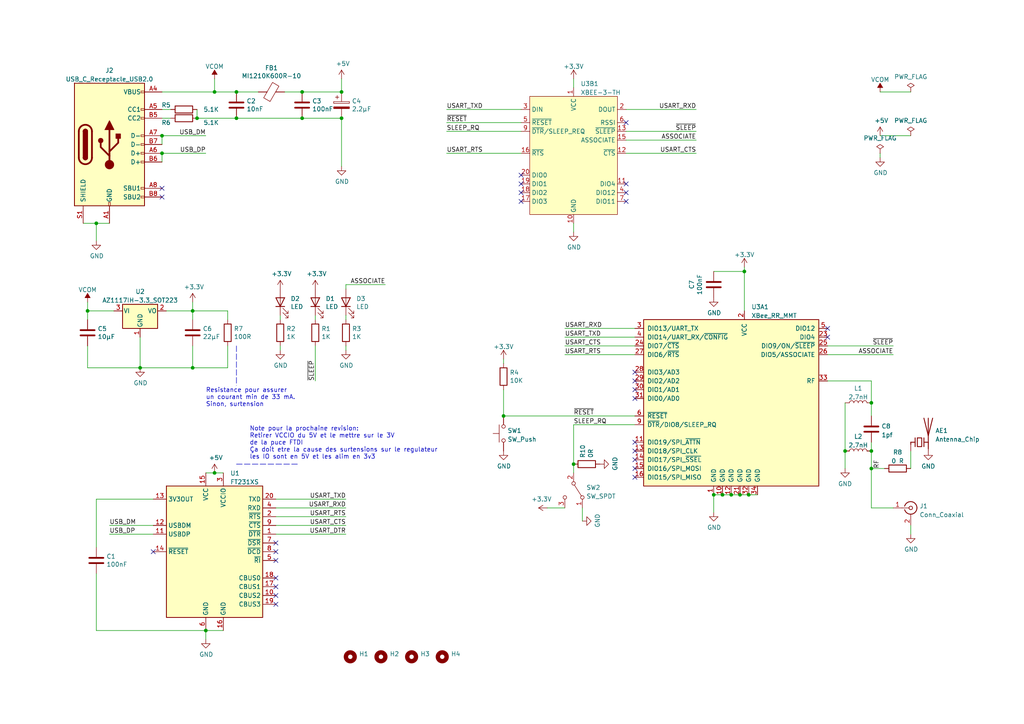
<source format=kicad_sch>
(kicad_sch (version 20211123) (generator eeschema)
  (paper "A4")
  (title_block (title "Adaptateur USB XBEE V2") (date "2023-03-14") (rev "1.1") (company "INSA - GEI"))
  (lib_symbols
    (symbol "Connector:Conn_Coaxial" (pin_names (offset 1.016) hide)
      (property "Reference" "J" (at 0.254 3.048 0))
      (property "Value" "Conn_Coaxial" (at 2.921 0 90))
      (symbol "Conn_Coaxial_0_1"
        (arc (start -1.778 -0.508) (mid 0.2311 -1.8066) (end 1.778 0) (stroke (width 0.254)))
        (polyline (pts (xy -2.54 0) (xy -0.508 0)))
        (polyline (pts (xy 0 -2.54) (xy 0 -1.778)))
        (circle (center 0 0) (radius 0.508) (stroke (width 0.2032)))
        (arc (start 1.778 0) (mid 0.2099 1.8101) (end -1.778 0.508) (stroke (width 0.254)))
      )
      (symbol "Conn_Coaxial_1_1"
        (pin passive line (at -5.08 0 0) (length 2.54) (name "In") (number "1"))
        (pin passive line (at 0 -5.08 90) (length 2.54) (name "Ext") (number "2"))
      )
    )
    (symbol "Connector:USB_C_Receptacle_USB2.0" (pin_names (offset 1.016))
      (property "Reference" "J" (at -10.16 19.05 0))
      (property "Value" "USB_C_Receptacle_USB2.0" (at 19.05 19.05 0))
      (symbol "USB_C_Receptacle_USB2.0_0_0"
        (rectangle (start -0.254 -17.78) (end 0.254 -16.764))
        (rectangle (start 10.16 -14.986) (end 9.144 -15.494))
        (rectangle (start 10.16 -12.446) (end 9.144 -12.954))
        (rectangle (start 10.16 -4.826) (end 9.144 -5.334))
        (rectangle (start 10.16 -2.286) (end 9.144 -2.794))
        (rectangle (start 10.16 0.254) (end 9.144 -0.254))
        (rectangle (start 10.16 2.794) (end 9.144 2.286))
        (rectangle (start 10.16 7.874) (end 9.144 7.366))
        (rectangle (start 10.16 10.414) (end 9.144 9.906))
        (rectangle (start 10.16 15.494) (end 9.144 14.986))
      )
      (symbol "USB_C_Receptacle_USB2.0_0_1"
        (rectangle (start -10.16 17.78) (end 10.16 -17.78) (stroke (width 0.254)) (fill (type background)))
        (arc (start -8.89 -3.81) (mid -6.985 -5.715) (end -5.08 -3.81) (stroke (width 0.508)))
        (arc (start -7.62 -3.81) (mid -6.985 -4.445) (end -6.35 -3.81) (stroke (width 0.254)))
        (arc (start -7.62 -3.81) (mid -6.985 -4.445) (end -6.35 -3.81) (stroke (width 0.254)) (fill (type outline)))
        (rectangle (start -7.62 -3.81) (end -6.35 3.81) (stroke (width 0.254)) (fill (type outline)))
        (arc (start -6.35 3.81) (mid -6.985 4.445) (end -7.62 3.81) (stroke (width 0.254)))
        (arc (start -6.35 3.81) (mid -6.985 4.445) (end -7.62 3.81) (stroke (width 0.254)) (fill (type outline)))
        (arc (start -5.08 3.81) (mid -6.985 5.715) (end -8.89 3.81) (stroke (width 0.508)))
        (circle (center -2.54 1.143) (radius 0.635) (stroke (width 0.254)) (fill (type outline)))
        (circle (center 0 -5.842) (radius 1.27) (fill (type outline)))
        (polyline (pts (xy -8.89 -3.81) (xy -8.89 3.81)) (stroke (width 0.508)))
        (polyline (pts (xy -5.08 3.81) (xy -5.08 -3.81)) (stroke (width 0.508)))
        (polyline (pts (xy 0 -5.842) (xy 0 4.318)) (stroke (width 0.508)))
        (polyline (pts (xy 0 -3.302) (xy -2.54 -0.762) (xy -2.54 0.508)) (stroke (width 0.508)))
        (polyline (pts (xy 0 -2.032) (xy 2.54 0.508) (xy 2.54 1.778)) (stroke (width 0.508)))
        (polyline (pts (xy -1.27 4.318) (xy 0 6.858) (xy 1.27 4.318) (xy -1.27 4.318)) (stroke (width 0.254)) (fill (type outline)))
        (rectangle (start 1.905 1.778) (end 3.175 3.048) (stroke (width 0.254)) (fill (type outline)))
      )
      (symbol "USB_C_Receptacle_USB2.0_1_1"
        (pin passive line (at 0 -22.86 90) (length 5.08) (name "GND") (number "A1"))
        (pin passive line (at 0 -22.86 90) (length 5.08) hide (name "GND") (number "A12"))
        (pin passive line (at 15.24 15.24 180) (length 5.08) (name "VBUS") (number "A4"))
        (pin bidirectional line (at 15.24 10.16 180) (length 5.08) (name "CC1") (number "A5"))
        (pin bidirectional line (at 15.24 -2.54 180) (length 5.08) (name "D+") (number "A6"))
        (pin bidirectional line (at 15.24 2.54 180) (length 5.08) (name "D-") (number "A7"))
        (pin bidirectional line (at 15.24 -12.7 180) (length 5.08) (name "SBU1") (number "A8"))
        (pin passive line (at 15.24 15.24 180) (length 5.08) hide (name "VBUS") (number "A9"))
        (pin passive line (at 0 -22.86 90) (length 5.08) hide (name "GND") (number "B1"))
        (pin passive line (at 0 -22.86 90) (length 5.08) hide (name "GND") (number "B12"))
        (pin passive line (at 15.24 15.24 180) (length 5.08) hide (name "VBUS") (number "B4"))
        (pin bidirectional line (at 15.24 7.62 180) (length 5.08) (name "CC2") (number "B5"))
        (pin bidirectional line (at 15.24 -5.08 180) (length 5.08) (name "D+") (number "B6"))
        (pin bidirectional line (at 15.24 0 180) (length 5.08) (name "D-") (number "B7"))
        (pin bidirectional line (at 15.24 -15.24 180) (length 5.08) (name "SBU2") (number "B8"))
        (pin passive line (at 15.24 15.24 180) (length 5.08) hide (name "VBUS") (number "B9"))
        (pin passive line (at -7.62 -22.86 90) (length 5.08) (name "SHIELD") (number "S1"))
      )
    )
    (symbol "Device:Antenna_Chip" (pin_numbers hide) (pin_names (offset 1.016) hide)
      (property "Reference" "AE" (at 0 5.08 0))
      (property "Value" "Antenna_Chip" (at 0 3.175 0))
      (symbol "Antenna_Chip_0_1"
        (polyline (pts (xy -2.54 0) (xy -2.54 -0.635)) (stroke (width 0.254)))
        (polyline (pts (xy -2.54 0) (xy -1.27 0)) (stroke (width 0.254)))
        (polyline (pts (xy 1.27 0) (xy 2.54 0)) (stroke (width 0.254)))
        (polyline (pts (xy 1.27 1.27) (xy 1.27 -1.27)) (stroke (width 0.254)))
        (polyline (pts (xy 2.54 -0.635) (xy 2.54 0)))
        (polyline (pts (xy 2.54 6.985) (xy 2.54 -1.905)) (stroke (width 0.254)))
        (polyline (pts (xy -1.27 1.27) (xy -1.27 -1.27) (xy -1.27 0)) (stroke (width 0.254)))
        (polyline (pts (xy 3.81 6.985) (xy 2.54 1.905) (xy 1.27 6.985)) (stroke (width 0.254)))
        (polyline (pts (xy -0.635 1.27) (xy 0.635 1.27) (xy 0.635 -1.27) (xy -0.635 -1.27) (xy -0.635 1.27)) (stroke (width 0.254)))
      )
      (symbol "Antenna_Chip_1_1"
        (pin input line (at -2.54 -2.54 90) (length 2.54) (name "FEED") (number "1"))
        (pin passive line (at 2.54 -2.54 90) (length 2.54) (name "PCB_Trace") (number "2"))
      )
    )
    (symbol "Device:C" (pin_numbers hide) (pin_names (offset 0.254))
      (property "Reference" "C" (at 0.635 2.54 0))
      (property "Value" "C" (at 0.635 -2.54 0))
      (symbol "C_0_1"
        (polyline (pts (xy -2.032 -0.762) (xy 2.032 -0.762)) (stroke (width 0.508)))
        (polyline (pts (xy -2.032 0.762) (xy 2.032 0.762)) (stroke (width 0.508)))
      )
      (symbol "C_1_1"
        (pin passive line (at 0 3.81 270) (length 2.794) (name "~") (number "1"))
        (pin passive line (at 0 -3.81 90) (length 2.794) (name "~") (number "2"))
      )
    )
    (symbol "Device:C_Polarized" (pin_numbers hide) (pin_names (offset 0.254))
      (property "Reference" "C" (at 0.635 2.54 0))
      (property "Value" "C_Polarized" (at 0.635 -2.54 0))
      (symbol "C_Polarized_0_1"
        (rectangle (start -2.286 0.508) (end 2.286 1.016))
        (polyline (pts (xy -1.778 2.286) (xy -0.762 2.286)))
        (polyline (pts (xy -1.27 2.794) (xy -1.27 1.778)))
        (rectangle (start 2.286 -0.508) (end -2.286 -1.016) (fill (type outline)))
      )
      (symbol "C_Polarized_1_1"
        (pin passive line (at 0 3.81 270) (length 2.794) (name "~") (number "1"))
        (pin passive line (at 0 -3.81 90) (length 2.794) (name "~") (number "2"))
      )
    )
    (symbol "Device:FerriteBead" (pin_numbers hide) (pin_names (offset 0))
      (property "Reference" "FB" (at -3.81 0.635 90))
      (property "Value" "FerriteBead" (at 3.81 0 90))
      (symbol "FerriteBead_0_1"
        (polyline (pts (xy 0 -1.27) (xy 0 -1.2192)))
        (polyline (pts (xy 0 1.27) (xy 0 1.2954)))
        (polyline (pts (xy -2.7686 0.4064) (xy -1.7018 2.2606) (xy 2.7686 -0.3048) (xy 1.6764 -2.159) (xy -2.7686 0.4064)))
      )
      (symbol "FerriteBead_1_1"
        (pin passive line (at 0 3.81 270) (length 2.54) (name "~") (number "1"))
        (pin passive line (at 0 -3.81 90) (length 2.54) (name "~") (number "2"))
      )
    )
    (symbol "Device:L" (pin_numbers hide) (pin_names (offset 1.016) hide)
      (property "Reference" "L" (at -1.27 0 90))
      (property "Value" "L" (at 1.905 0 90))
      (symbol "L_0_1"
        (arc (start 0 -2.54) (mid 0.635 -1.905) (end 0 -1.27))
        (arc (start 0 -1.27) (mid 0.635 -0.635) (end 0 0))
        (arc (start 0 0) (mid 0.635 0.635) (end 0 1.27))
        (arc (start 0 1.27) (mid 0.635 1.905) (end 0 2.54))
      )
      (symbol "L_1_1"
        (pin passive line (at 0 3.81 270) (length 1.27) (name "1") (number "1"))
        (pin passive line (at 0 -3.81 90) (length 1.27) (name "2") (number "2"))
      )
    )
    (symbol "Device:LED" (pin_numbers hide) (pin_names (offset 1.016) hide)
      (property "Reference" "D" (at 0 2.54 0))
      (property "Value" "LED" (at 0 -2.54 0))
      (symbol "LED_0_1"
        (polyline (pts (xy -1.27 -1.27) (xy -1.27 1.27)) (stroke (width 0.254)))
        (polyline (pts (xy -1.27 0) (xy 1.27 0)))
        (polyline (pts (xy 1.27 -1.27) (xy 1.27 1.27) (xy -1.27 0) (xy 1.27 -1.27)) (stroke (width 0.254)))
        (polyline (pts (xy -3.048 -0.762) (xy -4.572 -2.286) (xy -3.81 -2.286) (xy -4.572 -2.286) (xy -4.572 -1.524)))
        (polyline (pts (xy -1.778 -0.762) (xy -3.302 -2.286) (xy -2.54 -2.286) (xy -3.302 -2.286) (xy -3.302 -1.524)))
      )
      (symbol "LED_1_1"
        (pin passive line (at -3.81 0 0) (length 2.54) (name "K") (number "1"))
        (pin passive line (at 3.81 0 180) (length 2.54) (name "A") (number "2"))
      )
    )
    (symbol "Device:R" (pin_numbers hide) (pin_names (offset 0))
      (property "Reference" "R" (at 2.032 0 90))
      (property "Value" "R" (at 0 0 90))
      (symbol "R_0_1"
        (rectangle (start -1.016 -2.54) (end 1.016 2.54) (stroke (width 0.254)))
      )
      (symbol "R_1_1"
        (pin passive line (at 0 3.81 270) (length 1.27) (name "~") (number "1"))
        (pin passive line (at 0 -3.81 90) (length 1.27) (name "~") (number "2"))
      )
    )
    (symbol "Insa:XBEE-3-TH"
      (property "Reference" "U" (at -11.43 40.64 0))
      (property "Value" "XBEE-3-TH" (at -8.89 38.1 0))
      (symbol "XBEE-3-TH_0_1"
        (rectangle (start -12.7 36.83) (end 12.7 2.54) (stroke (width 0.1524)) (fill (type background)))
      )
      (symbol "XBEE-3-TH_1_1"
        (pin power_in line (at 0 39.37 270) (length 2.54) (name "VCC") (number "1"))
        (pin power_in line (at 0 0 90) (length 2.54) (name "GND") (number "10"))
        (pin bidirectional line (at 15.24 11.43 180) (length 2.54) (name "DIO4") (number "11"))
        (pin output line (at 15.24 20.32 180) (length 2.54) (name "~{CTS}") (number "12"))
        (pin output line (at 15.24 26.67 180) (length 2.54) (name "~{SLEEP}") (number "13"))
        (pin output line (at 15.24 24.13 180) (length 2.54) (name "ASSOCIATE") (number "15"))
        (pin input line (at -15.24 20.32 0) (length 2.54) (name "~{RTS}") (number "16"))
        (pin bidirectional line (at -15.24 6.35 0) (length 2.54) (name "DIO3") (number "17"))
        (pin bidirectional line (at -15.24 8.89 0) (length 2.54) (name "DIO2") (number "18"))
        (pin bidirectional line (at -15.24 11.43 0) (length 2.54) (name "DIO1") (number "19"))
        (pin output line (at 15.24 33.02 180) (length 2.54) (name "DOUT") (number "2"))
        (pin bidirectional line (at -15.24 13.97 0) (length 2.54) (name "DIO0") (number "20"))
        (pin input line (at -15.24 33.02 0) (length 2.54) (name "DIN") (number "3"))
        (pin bidirectional line (at 15.24 8.89 180) (length 2.54) (name "DIO12") (number "4"))
        (pin input line (at -15.24 29.21 0) (length 2.54) (name "~{RESET}") (number "5"))
        (pin output line (at 15.24 29.21 180) (length 2.54) (name "RSSI") (number "6"))
        (pin bidirectional line (at 15.24 6.35 180) (length 2.54) (name "DIO11") (number "7"))
        (pin input line (at -15.24 26.67 0) (length 2.54) (name "~{DTR}/SLEEP_REQ") (number "9"))
      )
    )
    (symbol "Insa:XBee_RR_MMT" (pin_names (offset 1.016))
      (property "Reference" "U" (at -24.384 26.162 0))
      (property "Value" "XBee_RR_MMT" (at -19.05 24.13 0))
      (symbol "XBee_RR_MMT_0_1"
        (rectangle (start -25.4 22.86) (end 25.4 -25.4) (stroke (width 0.254)) (fill (type background)))
      )
      (symbol "XBee_RR_MMT_1_1"
        (pin power_in line (at -5.08 -27.94 90) (length 2.54) (name "GND") (number "1"))
        (pin power_in line (at -2.54 -27.94 90) (length 2.54) (name "GND") (number "10"))
        (pin output line (at -27.94 -12.7 0) (length 2.54) (name "DIO19/SPI_~{ATTN}") (number "11"))
        (pin power_in line (at 0 -27.94 90) (length 2.54) (name "GND") (number "12"))
        (pin input line (at -27.94 -15.24 0) (length 2.54) (name "DIO18/SPI_CLK") (number "13"))
        (pin input line (at -27.94 -17.78 0) (length 2.54) (name "DIO17/SPI_~{SSEL}") (number "14"))
        (pin input line (at -27.94 -20.32 0) (length 2.54) (name "DIO16/SPI_MOSI") (number "15"))
        (pin output line (at -27.94 -22.86 0) (length 2.54) (name "DIO15/SPI_MISO") (number "16"))
        (pin no_connect line (at 25.4 -22.86 180) (length 2.54) hide (name "NC") (number "17"))
        (pin no_connect line (at 25.4 -20.32 180) (length 2.54) hide (name "NC") (number "18"))
        (pin no_connect line (at 25.4 -17.78 180) (length 2.54) hide (name "NC") (number "19"))
        (pin power_in line (at 3.81 25.4 270) (length 2.54) (name "VCC") (number "2"))
        (pin no_connect line (at 25.4 -15.24 180) (length 2.54) hide (name "NC") (number "20"))
        (pin power_in line (at 2.54 -27.94 90) (length 2.54) (name "GND") (number "21"))
        (pin no_connect line (at 25.4 -12.7 180) (length 2.54) hide (name "NC") (number "22"))
        (pin bidirectional line (at 27.94 17.78 180) (length 2.54) (name "DIO4") (number "23"))
        (pin bidirectional line (at -27.94 15.24 0) (length 2.54) (name "DIO7/~{CTS}") (number "24"))
        (pin bidirectional line (at 27.94 15.24 180) (length 2.54) (name "DIO9/ON/~{SLEEP}") (number "25"))
        (pin bidirectional line (at 27.94 12.7 180) (length 2.54) (name "DIO5/ASSOCIATE") (number "26"))
        (pin bidirectional line (at -27.94 12.7 0) (length 2.54) (name "DIO6/~{RTS}") (number "27"))
        (pin bidirectional line (at -27.94 7.62 0) (length 2.54) (name "DIO3/AD3") (number "28"))
        (pin bidirectional line (at -27.94 5.08 0) (length 2.54) (name "DIO2/AD2") (number "29"))
        (pin bidirectional line (at -27.94 20.32 0) (length 2.54) (name "DIO13/UART_TX") (number "3"))
        (pin bidirectional line (at -27.94 2.54 0) (length 2.54) (name "DIO1/AD1") (number "30"))
        (pin bidirectional line (at -27.94 0 0) (length 2.54) (name "DIO0/AD0") (number "31"))
        (pin power_in line (at 5.08 -27.94 90) (length 2.54) (name "GND") (number "32"))
        (pin bidirectional line (at 27.94 5.08 180) (length 2.54) (name "RF") (number "33"))
        (pin power_in line (at 7.62 -27.94 90) (length 2.54) (name "GND") (number "34"))
        (pin bidirectional line (at -27.94 17.78 0) (length 2.54) (name "DIO14/UART_RX/~{CONFIG}") (number "4"))
        (pin bidirectional line (at 27.94 20.32 180) (length 2.54) (name "DIO12") (number "5"))
        (pin input line (at -27.94 -5.08 0) (length 2.54) (name "~{RESET}") (number "6"))
        (pin no_connect line (at 25.4 -7.62 180) (length 2.54) hide (name "NC") (number "7"))
        (pin no_connect line (at 25.4 -10.16 180) (length 2.54) hide (name "NC") (number "8"))
        (pin bidirectional line (at -27.94 -7.62 0) (length 2.54) (name "~{DTR}/DIO8/SLEEP_RQ") (number "9"))
      )
    )
    (symbol "Interface_USB:FT231XS"
      (property "Reference" "U" (at -13.97 20.32 0))
      (property "Value" "FT231XS" (at 7.62 20.32 0))
      (symbol "FT231XS_0_1"
        (rectangle (start -13.97 19.05) (end 13.97 -19.05) (stroke (width 0.254)) (fill (type background)))
      )
      (symbol "FT231XS_1_1"
        (pin output line (at 17.78 5.08 180) (length 3.81) (name "~{DTR}") (number "1"))
        (pin bidirectional line (at 17.78 -12.7 180) (length 3.81) (name "CBUS2") (number "10"))
        (pin bidirectional line (at -17.78 5.08 0) (length 3.81) (name "USBDP") (number "11"))
        (pin bidirectional line (at -17.78 7.62 0) (length 3.81) (name "USBDM") (number "12"))
        (pin power_out line (at -17.78 15.24 0) (length 3.81) (name "3V3OUT") (number "13"))
        (pin input line (at -17.78 0 0) (length 3.81) (name "~{RESET}") (number "14"))
        (pin power_in line (at -2.54 22.86 270) (length 3.81) (name "VCC") (number "15"))
        (pin power_in line (at 2.54 -22.86 90) (length 3.81) (name "GND") (number "16"))
        (pin bidirectional line (at 17.78 -10.16 180) (length 3.81) (name "CBUS1") (number "17"))
        (pin bidirectional line (at 17.78 -7.62 180) (length 3.81) (name "CBUS0") (number "18"))
        (pin bidirectional line (at 17.78 -15.24 180) (length 3.81) (name "CBUS3") (number "19"))
        (pin output line (at 17.78 10.16 180) (length 3.81) (name "~{RTS}") (number "2"))
        (pin output line (at 17.78 15.24 180) (length 3.81) (name "TXD") (number "20"))
        (pin power_in line (at 2.54 22.86 270) (length 3.81) (name "VCCIO") (number "3"))
        (pin input line (at 17.78 12.7 180) (length 3.81) (name "RXD") (number "4"))
        (pin input line (at 17.78 -2.54 180) (length 3.81) (name "~{RI}") (number "5"))
        (pin power_in line (at -2.54 -22.86 90) (length 3.81) (name "GND") (number "6"))
        (pin input line (at 17.78 2.54 180) (length 3.81) (name "~{DSR}") (number "7"))
        (pin input line (at 17.78 0 180) (length 3.81) (name "~{DCD}") (number "8"))
        (pin input line (at 17.78 7.62 180) (length 3.81) (name "~{CTS}") (number "9"))
      )
    )
    (symbol "Mechanical:MountingHole" (pin_names (offset 1.016))
      (property "Reference" "H" (at 0 5.08 0))
      (property "Value" "MountingHole" (at 0 3.175 0))
      (symbol "MountingHole_0_1"
        (circle (center 0 0) (radius 1.27) (stroke (width 1.27)))
      )
    )
    (symbol "Regulator_Linear:NCP1117-3.3_SOT223" (pin_names (offset 0.254))
      (property "Reference" "U" (at -3.81 3.175 0))
      (property "Value" "NCP1117-3.3_SOT223" (at 0 3.175 0))
      (symbol "NCP1117-3.3_SOT223_0_1"
        (rectangle (start -5.08 -5.08) (end 5.08 1.905) (stroke (width 0.254)) (fill (type background)))
      )
      (symbol "NCP1117-3.3_SOT223_1_1"
        (pin power_in line (at 0 -7.62 90) (length 2.54) (name "GND") (number "1"))
        (pin power_out line (at 7.62 0 180) (length 2.54) (name "VO") (number "2"))
        (pin power_in line (at -7.62 0 0) (length 2.54) (name "VI") (number "3"))
      )
    )
    (symbol "Switch:SW_Push" (pin_numbers hide) (pin_names (offset 1.016) hide)
      (property "Reference" "SW" (at 1.27 2.54 0))
      (property "Value" "SW_Push" (at 0 -1.524 0))
      (symbol "SW_Push_0_1"
        (circle (center -2.032 0) (radius 0.508))
        (polyline (pts (xy 0 1.27) (xy 0 3.048)))
        (polyline (pts (xy 2.54 1.27) (xy -2.54 1.27)))
        (circle (center 2.032 0) (radius 0.508))
        (pin passive line (at -5.08 0 0) (length 2.54) (name "1") (number "1"))
        (pin passive line (at 5.08 0 180) (length 2.54) (name "2") (number "2"))
      )
    )
    (symbol "Switch:SW_SPDT" (pin_names (offset 0) hide)
      (property "Reference" "SW" (at 0 4.318 0))
      (property "Value" "SW_SPDT" (at 0 -5.08 0))
      (symbol "SW_SPDT_0_0"
        (circle (center -2.032 0) (radius 0.508))
        (circle (center 2.032 -2.54) (radius 0.508))
      )
      (symbol "SW_SPDT_0_1"
        (polyline (pts (xy -1.524 0.254) (xy 1.651 2.286)))
        (circle (center 2.032 2.54) (radius 0.508))
      )
      (symbol "SW_SPDT_1_1"
        (pin passive line (at 5.08 2.54 180) (length 2.54) (name "A") (number "1"))
        (pin passive line (at -5.08 0 0) (length 2.54) (name "B") (number "2"))
        (pin passive line (at 5.08 -2.54 180) (length 2.54) (name "C") (number "3"))
      )
    )
    (symbol "power:+3.3V" (power) (pin_names (offset 0))
      (property "Value" "+3.3V" (at 0 3.556 0))
      (symbol "+3.3V_0_1"
        (polyline (pts (xy -0.762 1.27) (xy 0 2.54)))
        (polyline (pts (xy 0 0) (xy 0 2.54)))
        (polyline (pts (xy 0 2.54) (xy 0.762 1.27)))
      )
      (symbol "+3.3V_1_1"
        (pin power_in line (at 0 0 90) (length 0) hide (name "+3.3V") (number "1"))
      )
    )
    (symbol "power:+5V" (power) (pin_names (offset 0))
      (property "Value" "+5V" (at 0 3.556 0))
      (symbol "+5V_0_1"
        (polyline (pts (xy -0.762 1.27) (xy 0 2.54)))
        (polyline (pts (xy 0 0) (xy 0 2.54)))
        (polyline (pts (xy 0 2.54) (xy 0.762 1.27)))
      )
      (symbol "+5V_1_1"
        (pin power_in line (at 0 0 90) (length 0) hide (name "+5V") (number "1"))
      )
    )
    (symbol "power:GND" (power) (pin_names (offset 0))
      (property "Value" "GND" (at 0 -3.81 0))
      (symbol "GND_0_1"
        (polyline (pts (xy 0 0) (xy 0 -1.27) (xy 1.27 -1.27) (xy 0 -2.54) (xy -1.27 -1.27) (xy 0 -1.27)))
      )
      (symbol "GND_1_1"
        (pin power_in line (at 0 0 270) (length 0) hide (name "GND") (number "1"))
      )
    )
    (symbol "power:PWR_FLAG" (power) (pin_numbers hide) (pin_names (offset 0) hide)
      (property "Value" "PWR_FLAG" (at 0 3.81 0))
      (symbol "PWR_FLAG_0_0"
        (pin power_out line (at 0 0 90) (length 0) (name "pwr") (number "1"))
      )
      (symbol "PWR_FLAG_0_1"
        (polyline (pts (xy 0 0) (xy 0 1.27) (xy -1.016 1.905) (xy 0 2.54) (xy 1.016 1.905) (xy 0 1.27)))
      )
    )
    (symbol "power:VCOM" (power) (pin_names (offset 0))
      (property "Value" "VCOM" (at 0 3.81 0))
      (symbol "VCOM_0_1"
        (polyline (pts (xy 0 0) (xy 0 2.54)))
        (polyline (pts (xy 0.762 1.27) (xy -0.762 1.27) (xy 0 2.54) (xy 0.762 1.27)) (fill (type outline)))
      )
      (symbol "VCOM_1_1"
        (pin power_in line (at 0 0 90) (length 0) hide (name "VCOM") (number "1"))
      )
    )
  )
  (junction (at 55.88 90.17))
  (junction (at 68.58 26.67))
  (junction (at 207.01 143.51))
  (junction (at 99.06 26.67))
  (junction (at 252.73 116.84))
  (junction (at 99.06 34.29))
  (junction (at 252.73 135.89))
  (junction (at 62.23 26.67))
  (junction (at 87.63 34.29))
  (junction (at 46.99 44.45))
  (junction (at 27.94 64.77))
  (junction (at 46.99 39.37))
  (junction (at 212.09 143.51))
  (junction (at 25.4 90.17))
  (junction (at 146.05 120.65))
  (junction (at 252.73 130.81))
  (junction (at 40.64 106.68))
  (junction (at 62.23 137.16))
  (junction (at 245.11 130.81))
  (junction (at 55.88 106.68))
  (junction (at 214.63 143.51))
  (junction (at 87.63 26.67))
  (junction (at 68.58 34.29))
  (junction (at 166.37 134.62))
  (junction (at 215.9 78.74))
  (junction (at 57.15 34.29))
  (junction (at 59.69 182.88))
  (junction (at 217.17 143.51))
  (junction (at 209.55 143.51))
  (no_connect (at 151.13 53.34))
  (no_connect (at 240.03 95.25))
  (no_connect (at 80.01 175.26))
  (no_connect (at 184.15 135.89))
  (no_connect (at 151.13 58.42))
  (no_connect (at 184.15 107.95))
  (no_connect (at 181.61 58.42))
  (no_connect (at 151.13 50.8))
  (no_connect (at 184.15 130.81))
  (no_connect (at 80.01 172.72))
  (no_connect (at 184.15 113.03))
  (no_connect (at 184.15 138.43))
  (no_connect (at 181.61 55.88))
  (no_connect (at 181.61 53.34))
  (no_connect (at 44.45 160.02))
  (no_connect (at 184.15 133.35))
  (no_connect (at 46.99 57.15))
  (no_connect (at 80.01 170.18))
  (no_connect (at 181.61 35.56))
  (no_connect (at 151.13 55.88))
  (no_connect (at 80.01 157.48))
  (no_connect (at 240.03 97.79))
  (no_connect (at 184.15 110.49))
  (no_connect (at 46.99 54.61))
  (no_connect (at 80.01 167.64))
  (no_connect (at 184.15 128.27))
  (no_connect (at 184.15 115.57))
  (no_connect (at 80.01 162.56))
  (no_connect (at 80.01 160.02))
  (wire (pts (xy 59.69 137.16) (xy 62.23 137.16)))
  (wire (pts (xy 100.33 100.33) (xy 100.33 101.6)))
  (wire (pts (xy 25.4 87.63) (xy 25.4 90.17)))
  (wire (pts (xy 66.04 90.17) (xy 66.04 92.71)))
  (wire (pts (xy 163.83 100.33) (xy 184.15 100.33)))
  (wire (pts (xy 181.61 44.45) (xy 201.93 44.45)))
  (wire (pts (xy 264.16 130.81) (xy 264.16 135.89)))
  (wire (pts (xy 25.4 106.68) (xy 40.64 106.68)))
  (wire (pts (xy 82.55 26.67) (xy 87.63 26.67)))
  (wire (pts (xy 99.06 22.86) (xy 99.06 26.67)))
  (wire (pts (xy 24.13 64.77) (xy 27.94 64.77)))
  (wire (pts (xy 59.69 182.88) (xy 59.69 185.42)))
  (wire (pts (xy 181.61 38.1) (xy 201.93 38.1)))
  (wire (pts (xy 207.01 78.74) (xy 215.9 78.74)))
  (wire (pts (xy 146.05 120.65) (xy 184.15 120.65)))
  (wire (pts (xy 207.01 143.51) (xy 207.01 148.59)))
  (wire (pts (xy 25.4 90.17) (xy 25.4 92.71)))
  (wire (pts (xy 100.33 91.44) (xy 100.33 92.71)))
  (wire (pts (xy 129.54 31.75) (xy 151.13 31.75)))
  (wire (pts (xy 184.15 95.25) (xy 163.83 95.25)))
  (wire (pts (xy 212.09 143.51) (xy 214.63 143.51)))
  (wire (pts (xy 252.73 135.89) (xy 252.73 147.32)))
  (wire (pts (xy 264.16 152.4) (xy 264.16 154.94)))
  (wire (pts (xy 158.75 147.32) (xy 163.83 147.32)))
  (wire (pts (xy 146.05 104.14) (xy 146.05 105.41)))
  (wire (pts (xy 44.45 144.78) (xy 27.94 144.78)))
  (wire (pts (xy 252.73 130.81) (xy 252.73 135.89)))
  (wire (pts (xy 255.27 26.67) (xy 264.16 26.67)))
  (wire (pts (xy 40.64 106.68) (xy 55.88 106.68)))
  (wire (pts (xy 27.94 144.78) (xy 27.94 158.75)))
  (wire (pts (xy 166.37 134.62) (xy 166.37 137.16)))
  (wire (pts (xy 259.08 147.32) (xy 252.73 147.32)))
  (wire (pts (xy 46.99 26.67) (xy 62.23 26.67)))
  (wire (pts (xy 129.54 38.1) (xy 151.13 38.1)))
  (wire (pts (xy 100.33 82.55) (xy 111.76 82.55)))
  (wire (pts (xy 146.05 113.03) (xy 146.05 120.65)))
  (wire (pts (xy 245.11 116.84) (xy 245.11 130.81)))
  (wire (pts (xy 46.99 44.45) (xy 59.69 44.45)))
  (wire (pts (xy 80.01 154.94) (xy 100.33 154.94)))
  (wire (pts (xy 62.23 22.86) (xy 62.23 26.67)))
  (wire (pts (xy 166.37 123.19) (xy 166.37 134.62)))
  (wire (pts (xy 240.03 110.49) (xy 252.73 110.49)))
  (wire (pts (xy 240.03 102.87) (xy 259.08 102.87)))
  (wire (pts (xy 166.37 64.77) (xy 166.37 67.31)))
  (wire (pts (xy 129.54 44.45) (xy 151.13 44.45)))
  (wire (pts (xy 87.63 26.67) (xy 99.06 26.67)))
  (wire (pts (xy 55.88 90.17) (xy 66.04 90.17)))
  (wire (pts (xy 80.01 147.32) (xy 100.33 147.32)))
  (wire (pts (xy 99.06 48.26) (xy 99.06 34.29)))
  (wire (pts (xy 209.55 143.51) (xy 212.09 143.51)))
  (wire (pts (xy 25.4 100.33) (xy 25.4 106.68)))
  (wire (pts (xy 57.15 31.75) (xy 57.15 34.29)))
  (wire (pts (xy 66.04 106.68) (xy 55.88 106.68)))
  (wire (pts (xy 217.17 143.51) (xy 219.71 143.51)))
  (wire (pts (xy 80.01 144.78) (xy 100.33 144.78)))
  (wire (pts (xy 57.15 34.29) (xy 68.58 34.29)))
  (wire (pts (xy 33.02 90.17) (xy 25.4 90.17)))
  (wire (pts (xy 68.58 26.67) (xy 74.93 26.67)))
  (wire (pts (xy 240.03 100.33) (xy 259.08 100.33)))
  (wire (pts (xy 46.99 39.37) (xy 59.69 39.37)))
  (wire (pts (xy 27.94 166.37) (xy 27.94 182.88)))
  (wire (pts (xy 55.88 90.17) (xy 55.88 92.71)))
  (wire (pts (xy 168.91 151.13) (xy 168.91 147.32)))
  (wire (pts (xy 64.77 182.88) (xy 59.69 182.88)))
  (wire (pts (xy 68.58 34.29) (xy 87.63 34.29)))
  (wire (pts (xy 184.15 97.79) (xy 163.83 97.79)))
  (wire (pts (xy 66.04 100.33) (xy 66.04 106.68)))
  (wire (pts (xy 252.73 135.89) (xy 256.54 135.89)))
  (wire (pts (xy 181.61 31.75) (xy 201.93 31.75)))
  (wire (pts (xy 55.88 106.68) (xy 55.88 100.33)))
  (wire (pts (xy 166.37 123.19) (xy 184.15 123.19)))
  (wire (pts (xy 181.61 40.64) (xy 201.93 40.64)))
  (wire (pts (xy 215.9 77.47) (xy 215.9 78.74)))
  (wire (pts (xy 252.73 116.84) (xy 252.73 120.65)))
  (wire (pts (xy 46.99 44.45) (xy 46.99 46.99)))
  (polyline (pts (xy 68.58 100.33) (xy 68.58 111.76)))
  (wire (pts (xy 80.01 149.86) (xy 100.33 149.86)))
  (wire (pts (xy 91.44 100.33) (xy 91.44 110.49)))
  (wire (pts (xy 27.94 64.77) (xy 31.75 64.77)))
  (wire (pts (xy 214.63 143.51) (xy 217.17 143.51)))
  (wire (pts (xy 163.83 102.87) (xy 184.15 102.87)))
  (wire (pts (xy 55.88 90.17) (xy 55.88 87.63)))
  (wire (pts (xy 81.28 100.33) (xy 81.28 101.6)))
  (wire (pts (xy 31.75 152.4) (xy 44.45 152.4)))
  (wire (pts (xy 91.44 91.44) (xy 91.44 92.71)))
  (wire (pts (xy 100.33 83.82) (xy 100.33 82.55)))
  (wire (pts (xy 87.63 34.29) (xy 99.06 34.29)))
  (wire (pts (xy 129.54 35.56) (xy 151.13 35.56)))
  (polyline (pts (xy 68.58 134.62) (xy 86.36 134.62)))
  (wire (pts (xy 31.75 154.94) (xy 44.45 154.94)))
  (wire (pts (xy 27.94 64.77) (xy 27.94 69.85)))
  (wire (pts (xy 207.01 143.51) (xy 209.55 143.51)))
  (wire (pts (xy 166.37 22.86) (xy 166.37 25.4)))
  (wire (pts (xy 62.23 26.67) (xy 68.58 26.67)))
  (wire (pts (xy 215.9 78.74) (xy 215.9 90.17)))
  (wire (pts (xy 46.99 31.75) (xy 49.53 31.75)))
  (wire (pts (xy 59.69 182.88) (xy 27.94 182.88)))
  (wire (pts (xy 255.27 39.37) (xy 264.16 39.37)))
  (wire (pts (xy 40.64 97.79) (xy 40.64 106.68)))
  (wire (pts (xy 62.23 137.16) (xy 64.77 137.16)))
  (wire (pts (xy 255.27 44.45) (xy 255.27 45.72)))
  (wire (pts (xy 46.99 34.29) (xy 49.53 34.29)))
  (wire (pts (xy 252.73 128.27) (xy 252.73 130.81)))
  (wire (pts (xy 80.01 152.4) (xy 100.33 152.4)))
  (wire (pts (xy 48.26 90.17) (xy 55.88 90.17)))
  (wire (pts (xy 252.73 110.49) (xy 252.73 116.84)))
  (wire (pts (xy 245.11 130.81) (xy 245.11 135.89)))
  (wire (pts (xy 81.28 91.44) (xy 81.28 92.71)))
  (wire (pts (xy 46.99 39.37) (xy 46.99 41.91)))
  (text "Resistance pour assurer \nun courant min de 33 mA.\nSinon, surtension " (at 59.69 118.11 0) (effects (font (size 1.27 1.27)) (justify left bottom)))
  (text "Note pour la prochaine revision:\nRetirer VCCIO du 5V et le mettre sur le 3V\nde la puce FTDI\nÇa doit etre la cause des surtensions sur le regulateur\nles IO sont en 5V et les alim en 3v3" (at 72.39 133.35 0) (effects (font (size 1.27 1.27)) (justify left bottom)))
  (label "USART_RTS" (at 163.83 102.87 0))
  (label "USART_TXD" (at 100.33 144.78 180))
  (label "SLEEP_RQ" (at 129.54 38.1 0))
  (label "USART_DTR" (at 100.33 154.94 180))
  (label "USB_DP" (at 31.75 154.94 0))
  (label "USART_RXD" (at 163.83 95.25 0))
  (label "USART_RXD" (at 201.93 31.75 180))
  (label "ASSOCIATE" (at 201.93 40.64 180))
  (label "USART_RTS" (at 100.33 149.86 180))
  (label "USB_DM" (at 31.75 152.4 0))
  (label "~{SLEEP}" (at 259.08 100.33 180))
  (label "USART_TXD" (at 163.83 97.79 0))
  (label "~{SLEEP}" (at 201.93 38.1 180))
  (label "USART_RTS" (at 129.54 44.45 0))
  (label "USART_CTS" (at 100.33 152.4 180))
  (label "RF" (at 255.27 135.89 90))
  (label "ASSOCIATE" (at 111.76 82.55 180))
  (label "USART_CTS" (at 163.83 100.33 0))
  (label "~{RESET}" (at 166.37 120.65 0))
  (label "~{SLEEP}" (at 91.44 110.49 90))
  (label "USART_TXD" (at 129.54 31.75 0))
  (label "ASSOCIATE" (at 259.08 102.87 180))
  (label "USART_CTS" (at 201.93 44.45 180))
  (label "SLEEP_RQ" (at 166.37 123.19 0))
  (label "USB_DP" (at 59.69 44.45 180))
  (label "USART_RXD" (at 100.33 147.32 180))
  (label "~{RESET}" (at 129.54 35.56 0))
  (label "USB_DM" (at 59.69 39.37 180))
  (symbol (lib_id "Mechanical:MountingHole") (at 110.49 190.5 0) (unit 1)
    (property "Reference" "H2" (at 113.03 189.6653 0) (effects (justify left)))
    (property "Value" "MountingHole" (effects hide))
    (property "Footprint" "MountingHole:MountingHole_3.2mm_M3" (effects hide))
  )
  (symbol (lib_id "Mechanical:MountingHole") (at 119.38 190.5 0) (unit 1)
    (property "Reference" "H3" (at 121.92 189.6653 0) (effects (justify left)))
    (property "Value" "MountingHole" (effects hide))
    (property "Footprint" "MountingHole:MountingHole_3.2mm_M3" (effects hide))
  )
  (symbol (lib_id "power:GND") (at 81.28 101.6 0) (unit 1)
    (property "Reference" "#PWR011" (effects hide))
    (property "Value" "GND" (at 81.407 105.9942 0))
  )
  (symbol (lib_id "power:GND") (at 269.24 130.81 0) (unit 1)
    (property "Reference" "#PWR028" (effects hide))
    (property "Value" "GND" (at 269.24 135.2534 0))
  )
  (symbol (lib_id "power:GND") (at 166.37 67.31 0) (unit 1)
    (property "Reference" "#PWR027" (effects hide))
    (property "Value" "GND" (at 166.497 71.7042 0))
  )
  (symbol (lib_id "power:GND") (at 245.11 135.89 0) (unit 1)
    (property "Reference" "#PWR024" (effects hide))
    (property "Value" "GND" (at 245.11 140.3334 0))
  )
  (symbol (lib_id "Device:C") (at 55.88 96.52 0) (unit 1)
    (property "Reference" "C6" (at 58.801 95.3516 0) (effects (justify left)))
    (property "Value" "22µF" (at 58.801 97.663 0) (effects (justify left)))
    (property "Footprint" "Capacitor_SMD:C_1206_3216Metric" (effects hide))
  )
  (symbol (lib_id "power:PWR_FLAG") (at 264.16 26.67 0) (unit 1)
    (property "Reference" "#U02" (effects hide))
    (property "Value" "PWR_FLAG" (at 264.16 22.2758 0))
  )
  (symbol (lib_id "Device:C") (at 27.94 162.56 0) (unit 1)
    (property "Reference" "C1" (at 30.861 161.3916 0) (effects (justify left)))
    (property "Value" "100nF" (at 30.861 163.703 0) (effects (justify left)))
    (property "Footprint" "Capacitor_SMD:C_1206_3216Metric" (effects hide))
  )
  (symbol (lib_id "Device:C") (at 68.58 30.48 0) (unit 1)
    (property "Reference" "C2" (at 71.501 29.3116 0) (effects (justify left)))
    (property "Value" "10nF" (at 71.501 31.623 0) (effects (justify left)))
    (property "Footprint" "Capacitor_SMD:C_1206_3216Metric" (effects hide))
  )
  (symbol (lib_id "power:GND") (at 207.01 148.59 0) (unit 1)
    (property "Reference" "#PWR021" (effects hide))
    (property "Value" "GND" (at 207.137 152.9842 0))
  )
  (symbol (lib_id "power:+3.3V") (at 55.88 87.63 0) (unit 1)
    (property "Reference" "#PWR09" (effects hide))
    (property "Value" "+3.3V" (at 56.261 83.2358 0))
  )
  (symbol (lib_id "power:+3.3V") (at 81.28 83.82 0) (unit 1)
    (property "Reference" "#PWR010" (effects hide))
    (property "Value" "+3.3V" (at 81.661 79.4258 0))
  )
  (symbol (lib_id "Device:C") (at 207.01 82.55 180) (unit 1)
    (property "Reference" "C7" (at 200.6092 82.55 90))
    (property "Value" "100nF" (at 202.9206 82.55 90))
    (property "Footprint" "Capacitor_SMD:C_1206_3216Metric" (effects hide))
  )
  (symbol (lib_id "power:VCOM") (at 255.27 26.67 0) (unit 1)
    (property "Reference" "#PWR02" (effects hide))
    (property "Value" "VCOM" (at 255.27 23.0942 0))
  )
  (symbol (lib_id "power:GND") (at 173.99 134.62 90) (unit 1)
    (property "Reference" "#PWR018" (effects hide))
    (property "Value" "GND" (at 178.3842 134.493 0))
  )
  (symbol (lib_id "Device:R") (at 81.28 96.52 180) (unit 1)
    (property "Reference" "R2" (at 83.058 95.3516 0) (effects (justify right)))
    (property "Value" "1K" (at 83.058 97.663 0) (effects (justify right)))
    (property "Footprint" "Resistor_SMD:R_1206_3216Metric" (effects hide))
  )
  (symbol (lib_id "Device:R") (at 53.34 31.75 270) (unit 1)
    (property "Reference" "R5" (at 49.53 30.48 90) (effects (justify right)))
    (property "Value" "5.1K" (at 63.5 31.75 90) (effects (justify right)))
    (property "Footprint" "Resistor_SMD:R_1206_3216Metric" (effects hide))
  )
  (symbol (lib_id "Device:C") (at 252.73 124.46 0) (unit 1)
    (property "Reference" "C8" (at 255.651 123.6253 0) (effects (justify left)))
    (property "Value" "1pf" (at 255.651 126.1622 0) (effects (justify left)))
    (property "Footprint" "Capacitor_SMD:C_0805_2012Metric" (effects hide))
  )
  (symbol (lib_id "power:GND") (at 264.16 154.94 0) (unit 1)
    (property "Reference" "#PWR025" (effects hide))
    (property "Value" "GND" (at 264.287 159.3342 0))
  )
  (symbol (lib_id "Mechanical:MountingHole") (at 101.6 190.5 0) (unit 1)
    (property "Reference" "H1" (at 104.14 189.6653 0) (effects (justify left)))
    (property "Value" "MountingHole" (effects hide))
    (property "Footprint" "MountingHole:MountingHole_3.2mm_M3" (effects hide))
  )
  (symbol (lib_id "Device:L") (at 248.92 130.81 90) (unit 1)
    (property "Reference" "L2" (at 248.92 126.6022 90))
    (property "Value" "2.7nH" (at 248.92 129.1391 90))
    (property "Footprint" "Inductor_SMD:L_0805_2012Metric" (effects hide))
  )
  (symbol (lib_id "Insa:XBee_RR_MMT") (at 212.09 115.57 0) (unit 1)
    (property "Reference" "U3A1" (at 217.9194 89.0102 0) (effects (justify left)))
    (property "Value" "XBee_RR_MMT" (at 217.9194 91.5471 0) (effects (justify left)))
    (property "Footprint" "INSA:XBRR-24Z8RM-J" (effects hide))
    (property "Datasheet" "http://www.digi.com/resources/documentation/digidocs/pdfs/90002126.pdf" (effects hide))
  )
  (symbol (lib_id "Device:R") (at 170.18 134.62 270) (unit 1)
    (property "Reference" "R10" (at 169.0116 132.842 0) (effects (justify right)))
    (property "Value" "0R" (at 171.323 132.842 0) (effects (justify right)))
    (property "Footprint" "Resistor_SMD:R_1206_3216Metric" (effects hide))
  )
  (symbol (lib_id "Device:C") (at 87.63 30.48 0) (unit 1)
    (property "Reference" "C3" (at 90.551 29.3116 0) (effects (justify left)))
    (property "Value" "100nF" (at 90.551 31.623 0) (effects (justify left)))
    (property "Footprint" "Capacitor_SMD:C_1206_3216Metric" (effects hide))
  )
  (symbol (lib_id "Device:FerriteBead") (at 78.74 26.67 90) (unit 1)
    (property "Reference" "FB1" (at 78.74 19.7104 90))
    (property "Value" "MI1210K600R-10" (at 78.74 22.0218 90))
    (property "Footprint" "Resistor_SMD:R_1210_3225Metric" (effects hide))
  )
  (symbol (lib_id "Mechanical:MountingHole") (at 128.27 190.5 0) (unit 1)
    (property "Reference" "H4" (at 130.81 189.6653 0) (effects (justify left)))
    (property "Value" "MountingHole" (effects hide))
    (property "Footprint" "MountingHole:MountingHole_3.2mm_M3" (effects hide))
  )
  (symbol (lib_id "Device:R") (at 53.34 34.29 270) (unit 1)
    (property "Reference" "R6" (at 49.53 35.56 90) (effects (justify right)))
    (property "Value" "5.1K" (at 63.5 35.56 90) (effects (justify right)))
    (property "Footprint" "Resistor_SMD:R_1206_3216Metric" (effects hide))
  )
  (symbol (lib_id "Device:R") (at 100.33 96.52 180) (unit 1)
    (property "Reference" "R3" (at 102.108 95.3516 0) (effects (justify right)))
    (property "Value" "1K" (at 102.108 97.663 0) (effects (justify right)))
    (property "Footprint" "Resistor_SMD:R_1206_3216Metric" (effects hide))
  )
  (symbol (lib_id "Switch:SW_SPDT") (at 166.37 142.24 270) (unit 1)
    (property "Reference" "SW2" (at 170.053 141.4053 90) (effects (justify left)))
    (property "Value" "SW_SPDT" (at 170.053 143.9422 90) (effects (justify left)))
    (property "Footprint" "Button_Switch_THT:SW_CuK_OS102011MA1QN1_SPDT_Angled" (effects hide))
  )
  (symbol (lib_id "power:VCOM") (at 62.23 22.86 0) (unit 1)
    (property "Reference" "#PWR0101" (effects hide))
    (property "Value" "VCOM" (at 62.23 19.2842 0))
  )
  (symbol (lib_id "Device:LED") (at 100.33 87.63 90) (unit 1)
    (property "Reference" "D3" (at 103.3272 86.6394 90) (effects (justify right)))
    (property "Value" "LED" (at 103.3272 88.9508 90) (effects (justify right)))
    (property "Footprint" "LED_THT:LED_D5.0mm_Horizontal_O1.27mm_Z3.0mm" (effects hide))
  )
  (symbol (lib_id "Connector:Conn_Coaxial") (at 264.16 147.32 0) (unit 1)
    (property "Reference" "J1" (at 266.7 146.7785 0) (effects (justify left)))
    (property "Value" "Conn_Coaxial" (at 266.7 149.3154 0) (effects (justify left)))
    (property "Footprint" "Connector_Coaxial:SMA_Molex_73251-2200_Horizontal" (effects hide))
    (property "Datasheet" " ~" (effects hide))
  )
  (symbol (lib_id "Device:Antenna_Chip") (at 266.7 128.27 0) (unit 1)
    (property "Reference" "AE1" (at 271.272 124.8953 0) (effects (justify left)))
    (property "Value" "Antenna_Chip" (at 271.272 127.4322 0) (effects (justify left)))
    (property "Footprint" "RF_Antenna:Texas_SWRA117D_2.4GHz_Left" (effects hide))
  )
  (symbol (lib_id "power:GND") (at 27.94 69.85 0) (unit 1)
    (property "Reference" "#PWR01" (effects hide))
    (property "Value" "GND" (at 28.067 74.2442 0))
  )
  (symbol (lib_id "Insa:XBEE-3-TH") (at 166.37 64.77 0) (unit 1)
    (property "Reference" "U3B1" (at 168.3894 24.291 0) (effects (justify left)))
    (property "Value" "XBEE-3-TH" (at 168.3894 26.8279 0) (effects (justify left)))
    (property "Footprint" "INSA:XBEE-3-TH" (effects hide))
  )
  (symbol (lib_id "Interface_USB:FT231XS") (at 62.23 160.02 0) (unit 1)
    (property "Reference" "U1" (at 66.7894 137.2702 0) (effects (justify left)))
    (property "Value" "FT231XS" (at 66.7894 139.8071 0) (effects (justify left)))
    (property "Footprint" "Package_SO:SSOP-20_3.9x8.7mm_P0.635mm" (effects hide))
    (property "Datasheet" "https://www.ftdichip.com/Support/Documents/DataSheets/ICs/DS_FT231X.pdf" (effects hide))
  )
  (symbol (lib_id "power:GND") (at 168.91 151.13 90) (unit 1)
    (property "Reference" "#PWR014" (effects hide))
    (property "Value" "GND" (at 173.3042 151.003 0))
  )
  (symbol (lib_id "Device:C_Polarized") (at 99.06 30.48 0) (unit 1)
    (property "Reference" "C4" (at 102.0572 29.3116 0) (effects (justify left)))
    (property "Value" "2.2µF" (at 102.0572 31.623 0) (effects (justify left)))
    (property "Footprint" "Capacitor_Tantalum_SMD:CP_EIA-3528-21_Kemet-B_Pad1.50x2.35mm_HandSolder" (effects hide))
  )
  (symbol (lib_id "power:GND") (at 99.06 48.26 0) (unit 1)
    (property "Reference" "#PWR04" (effects hide))
    (property "Value" "GND" (at 99.187 52.6542 0))
  )
  (symbol (lib_id "Device:L") (at 248.92 116.84 90) (unit 1)
    (property "Reference" "L1" (at 248.92 112.6322 90))
    (property "Value" "2.7nH" (at 248.92 115.1691 90))
    (property "Footprint" "Inductor_SMD:L_0805_2012Metric" (effects hide))
  )
  (symbol (lib_id "power:PWR_FLAG") (at 255.27 44.45 0) (unit 1)
    (property "Reference" "#U01" (effects hide))
    (property "Value" "PWR_FLAG" (at 255.27 40.0558 0))
  )
  (symbol (lib_id "Device:R") (at 91.44 96.52 180) (unit 1)
    (property "Reference" "R1" (at 93.218 95.3516 0) (effects (justify right)))
    (property "Value" "1K" (at 93.218 97.663 0) (effects (justify right)))
    (property "Footprint" "Resistor_SMD:R_1206_3216Metric" (effects hide))
  )
  (symbol (lib_id "Regulator_Linear:NCP1117-3.3_SOT223") (at 40.64 90.17 0) (unit 1)
    (property "Reference" "U2" (at 40.64 84.5652 0))
    (property "Value" "AZ1117IH-3.3_SOT223" (at 40.64 87.1021 0))
    (property "Footprint" "Package_TO_SOT_SMD:SOT-223-3_TabPin2" (effects hide))
    (property "Datasheet" "http://www.onsemi.com/pub_link/Collateral/NCP1117-D.PDF" (effects hide))
  )
  (symbol (lib_id "power:+3.3V") (at 166.37 22.86 0) (unit 1)
    (property "Reference" "#PWR026" (effects hide))
    (property "Value" "+3.3V" (at 166.37 19.2842 0))
  )
  (symbol (lib_id "Device:R") (at 260.35 135.89 90) (unit 1)
    (property "Reference" "R8" (at 260.35 131.1742 90))
    (property "Value" "0 R" (at 260.35 133.7111 90))
    (property "Footprint" "Resistor_SMD:R_0805_2012Metric" (effects hide))
  )
  (symbol (lib_id "power:+5V") (at 255.27 39.37 0) (unit 1)
    (property "Reference" "#PWR015" (effects hide))
    (property "Value" "+5V" (at 255.651 34.9758 0))
  )
  (symbol (lib_id "power:GND") (at 146.05 130.81 0) (unit 1)
    (property "Reference" "#PWR013" (effects hide))
    (property "Value" "GND" (at 146.177 135.2042 0))
  )
  (symbol (lib_id "Device:R") (at 66.04 96.52 180) (unit 1)
    (property "Reference" "R7" (at 67.818 95.3516 0) (effects (justify right)))
    (property "Value" "100R" (at 67.818 97.663 0) (effects (justify right)))
    (property "Footprint" "Resistor_SMD:R_1206_3216Metric" (effects hide))
  )
  (symbol (lib_id "power:PWR_FLAG") (at 264.16 39.37 0) (unit 1)
    (property "Reference" "#U04" (effects hide))
    (property "Value" "PWR_FLAG" (at 264.16 34.9758 0))
  )
  (symbol (lib_id "Connector:USB_C_Receptacle_USB2.0") (at 31.75 41.91 0) (unit 1)
    (property "Reference" "J2" (at 31.75 20.4302 0))
    (property "Value" "USB_C_Receptacle_USB2.0" (at 31.75 22.9671 0))
    (property "Footprint" "INSA:USB_C_Receptacle_GCT_USB4105" (effects hide))
    (property "Datasheet" "https://www.usb.org/sites/default/files/documents/usb_type-c.zip" (effects hide))
  )
  (symbol (lib_id "power:+3.3V") (at 91.44 83.82 0) (unit 1)
    (property "Reference" "#PWR019" (effects hide))
    (property "Value" "+3.3V" (at 91.821 79.4258 0))
  )
  (symbol (lib_id "Device:LED") (at 91.44 87.63 90) (unit 1)
    (property "Reference" "D1" (at 94.4372 86.6394 90) (effects (justify right)))
    (property "Value" "LED" (at 94.4372 88.9508 90) (effects (justify right)))
    (property "Footprint" "LED_THT:LED_D5.0mm_Horizontal_O1.27mm_Z3.0mm" (effects hide))
  )
  (symbol (lib_id "Device:LED") (at 81.28 87.63 90) (unit 1)
    (property "Reference" "D2" (at 84.2772 86.6394 90) (effects (justify right)))
    (property "Value" "LED" (at 84.2772 88.9508 90) (effects (justify right)))
    (property "Footprint" "LED_THT:LED_D3.0mm_Horizontal_O1.27mm_Z6.0mm" (effects hide))
  )
  (symbol (lib_id "power:GND") (at 59.69 185.42 0) (unit 1)
    (property "Reference" "#PWR05" (effects hide))
    (property "Value" "GND" (at 59.817 189.8142 0))
  )
  (symbol (lib_id "power:GND") (at 40.64 106.68 0) (unit 1)
    (property "Reference" "#PWR08" (effects hide))
    (property "Value" "GND" (at 40.767 111.0742 0))
  )
  (symbol (lib_id "power:VCOM") (at 25.4 87.63 0) (unit 1)
    (property "Reference" "#PWR0102" (effects hide))
    (property "Value" "VCOM" (at 25.4 84.0542 0))
  )
  (symbol (lib_id "power:+3.3V") (at 158.75 147.32 90) (unit 1)
    (property "Reference" "#PWR016" (effects hide))
    (property "Value" "+3.3V" (at 160.02 144.78 90) (effects (justify left)))
  )
  (symbol (lib_id "power:+5V") (at 62.23 137.16 0) (unit 1)
    (property "Reference" "#PWR06" (effects hide))
    (property "Value" "+5V" (at 62.611 132.7658 0))
  )
  (symbol (lib_id "power:GND") (at 207.01 86.36 0) (unit 1)
    (property "Reference" "#PWR020" (effects hide))
    (property "Value" "GND" (at 207.137 90.7542 0))
  )
  (symbol (lib_id "Switch:SW_Push") (at 146.05 125.73 90) (unit 1)
    (property "Reference" "SW1" (at 147.193 124.8953 90) (effects (justify right)))
    (property "Value" "SW_Push" (at 147.193 127.4322 90) (effects (justify right)))
    (property "Footprint" "Button_Switch_THT:SW_Tactile_SPST_Angled_PTS645Vx83-2LFS" (effects hide))
  )
  (symbol (lib_id "power:+3.3V") (at 146.05 104.14 0) (unit 1)
    (property "Reference" "#PWR012" (effects hide))
    (property "Value" "+3.3V" (at 146.05 100.5642 0))
  )
  (symbol (lib_id "power:+3.3V") (at 215.9 77.47 0) (unit 1)
    (property "Reference" "#PWR023" (effects hide))
    (property "Value" "+3.3V" (at 215.9 73.8942 0))
  )
  (symbol (lib_id "Device:R") (at 146.05 109.22 180) (unit 1)
    (property "Reference" "R4" (at 147.828 108.0516 0) (effects (justify right)))
    (property "Value" "10K" (at 147.828 110.363 0) (effects (justify right)))
    (property "Footprint" "Resistor_SMD:R_1206_3216Metric" (effects hide))
  )
  (symbol (lib_id "Device:C") (at 25.4 96.52 0) (unit 1)
    (property "Reference" "C5" (at 28.321 95.3516 0) (effects (justify left)))
    (property "Value" "10µF" (at 28.321 97.663 0) (effects (justify left)))
    (property "Footprint" "Capacitor_SMD:C_1206_3216Metric" (effects hide))
  )
  (symbol (lib_id "power:+5V") (at 99.06 22.86 0) (unit 1)
    (property "Reference" "#PWR03" (effects hide))
    (property "Value" "+5V" (at 99.441 18.4658 0))
  )
  (symbol (lib_id "power:GND") (at 255.27 45.72 0) (unit 1)
    (property "Reference" "#PWR07" (effects hide))
    (property "Value" "GND" (at 255.397 50.1142 0))
  )
  (symbol (lib_id "power:GND") (at 100.33 101.6 0) (unit 1)
    (property "Reference" "#PWR022" (effects hide))
    (property "Value" "GND" (at 100.457 105.9942 0))
  )
)
</source>
